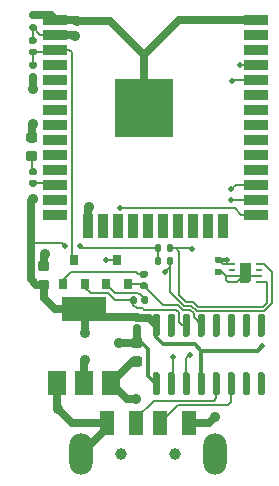
<source format=gbr>
G04 #@! TF.GenerationSoftware,KiCad,Pcbnew,(5.1.9)-1*
G04 #@! TF.CreationDate,2021-06-19T22:19:12+01:00*
G04 #@! TF.ProjectId,temp_sensor,74656d70-5f73-4656-9e73-6f722e6b6963,rev?*
G04 #@! TF.SameCoordinates,Original*
G04 #@! TF.FileFunction,Copper,L1,Top*
G04 #@! TF.FilePolarity,Positive*
%FSLAX46Y46*%
G04 Gerber Fmt 4.6, Leading zero omitted, Abs format (unit mm)*
G04 Created by KiCad (PCBNEW (5.1.9)-1) date 2021-06-19 22:19:12*
%MOMM*%
%LPD*%
G01*
G04 APERTURE LIST*
G04 #@! TA.AperFunction,ComponentPad*
%ADD10O,2.000000X3.500000*%
G04 #@! TD*
G04 #@! TA.AperFunction,SMDPad,CuDef*
%ADD11R,1.200000X2.000000*%
G04 #@! TD*
G04 #@! TA.AperFunction,WasherPad*
%ADD12C,1.000000*%
G04 #@! TD*
G04 #@! TA.AperFunction,SMDPad,CuDef*
%ADD13R,0.550000X0.250000*%
G04 #@! TD*
G04 #@! TA.AperFunction,SMDPad,CuDef*
%ADD14C,0.100000*%
G04 #@! TD*
G04 #@! TA.AperFunction,SMDPad,CuDef*
%ADD15R,2.000000X0.900000*%
G04 #@! TD*
G04 #@! TA.AperFunction,SMDPad,CuDef*
%ADD16R,0.900000X2.000000*%
G04 #@! TD*
G04 #@! TA.AperFunction,SMDPad,CuDef*
%ADD17R,5.000000X5.000000*%
G04 #@! TD*
G04 #@! TA.AperFunction,SMDPad,CuDef*
%ADD18R,1.500000X2.000000*%
G04 #@! TD*
G04 #@! TA.AperFunction,SMDPad,CuDef*
%ADD19R,3.800000X2.000000*%
G04 #@! TD*
G04 #@! TA.AperFunction,SMDPad,CuDef*
%ADD20R,0.800000X0.900000*%
G04 #@! TD*
G04 #@! TA.AperFunction,ViaPad*
%ADD21C,0.889000*%
G04 #@! TD*
G04 #@! TA.AperFunction,ViaPad*
%ADD22C,0.508000*%
G04 #@! TD*
G04 #@! TA.AperFunction,Conductor*
%ADD23C,0.635000*%
G04 #@! TD*
G04 #@! TA.AperFunction,Conductor*
%ADD24C,0.203200*%
G04 #@! TD*
G04 #@! TA.AperFunction,Conductor*
%ADD25C,0.304800*%
G04 #@! TD*
G04 #@! TA.AperFunction,Conductor*
%ADD26C,0.152400*%
G04 #@! TD*
G04 APERTURE END LIST*
G04 #@! TA.AperFunction,SMDPad,CuDef*
G36*
G01*
X60860000Y-62915000D02*
X60860000Y-63285000D01*
G75*
G02*
X60725000Y-63420000I-135000J0D01*
G01*
X60455000Y-63420000D01*
G75*
G02*
X60320000Y-63285000I0J135000D01*
G01*
X60320000Y-62915000D01*
G75*
G02*
X60455000Y-62780000I135000J0D01*
G01*
X60725000Y-62780000D01*
G75*
G02*
X60860000Y-62915000I0J-135000D01*
G01*
G37*
G04 #@! TD.AperFunction*
G04 #@! TA.AperFunction,SMDPad,CuDef*
G36*
G01*
X61880000Y-62915000D02*
X61880000Y-63285000D01*
G75*
G02*
X61745000Y-63420000I-135000J0D01*
G01*
X61475000Y-63420000D01*
G75*
G02*
X61340000Y-63285000I0J135000D01*
G01*
X61340000Y-62915000D01*
G75*
G02*
X61475000Y-62780000I135000J0D01*
G01*
X61745000Y-62780000D01*
G75*
G02*
X61880000Y-62915000I0J-135000D01*
G01*
G37*
G04 #@! TD.AperFunction*
G04 #@! TA.AperFunction,SMDPad,CuDef*
G36*
G01*
X60860000Y-61815000D02*
X60860000Y-62185000D01*
G75*
G02*
X60725000Y-62320000I-135000J0D01*
G01*
X60455000Y-62320000D01*
G75*
G02*
X60320000Y-62185000I0J135000D01*
G01*
X60320000Y-61815000D01*
G75*
G02*
X60455000Y-61680000I135000J0D01*
G01*
X60725000Y-61680000D01*
G75*
G02*
X60860000Y-61815000I0J-135000D01*
G01*
G37*
G04 #@! TD.AperFunction*
G04 #@! TA.AperFunction,SMDPad,CuDef*
G36*
G01*
X61880000Y-61815000D02*
X61880000Y-62185000D01*
G75*
G02*
X61745000Y-62320000I-135000J0D01*
G01*
X61475000Y-62320000D01*
G75*
G02*
X61340000Y-62185000I0J135000D01*
G01*
X61340000Y-61815000D01*
G75*
G02*
X61475000Y-61680000I135000J0D01*
G01*
X61745000Y-61680000D01*
G75*
G02*
X61880000Y-61815000I0J-135000D01*
G01*
G37*
G04 #@! TD.AperFunction*
G04 #@! TA.AperFunction,SMDPad,CuDef*
G36*
G01*
X65515000Y-63740000D02*
X65885000Y-63740000D01*
G75*
G02*
X66020000Y-63875000I0J-135000D01*
G01*
X66020000Y-64145000D01*
G75*
G02*
X65885000Y-64280000I-135000J0D01*
G01*
X65515000Y-64280000D01*
G75*
G02*
X65380000Y-64145000I0J135000D01*
G01*
X65380000Y-63875000D01*
G75*
G02*
X65515000Y-63740000I135000J0D01*
G01*
G37*
G04 #@! TD.AperFunction*
G04 #@! TA.AperFunction,SMDPad,CuDef*
G36*
G01*
X65515000Y-62720000D02*
X65885000Y-62720000D01*
G75*
G02*
X66020000Y-62855000I0J-135000D01*
G01*
X66020000Y-63125000D01*
G75*
G02*
X65885000Y-63260000I-135000J0D01*
G01*
X65515000Y-63260000D01*
G75*
G02*
X65380000Y-63125000I0J135000D01*
G01*
X65380000Y-62855000D01*
G75*
G02*
X65515000Y-62720000I135000J0D01*
G01*
G37*
G04 #@! TD.AperFunction*
G04 #@! TA.AperFunction,SMDPad,CuDef*
G36*
G01*
X51156250Y-63950000D02*
X50643750Y-63950000D01*
G75*
G02*
X50425000Y-63731250I0J218750D01*
G01*
X50425000Y-63293750D01*
G75*
G02*
X50643750Y-63075000I218750J0D01*
G01*
X51156250Y-63075000D01*
G75*
G02*
X51375000Y-63293750I0J-218750D01*
G01*
X51375000Y-63731250D01*
G75*
G02*
X51156250Y-63950000I-218750J0D01*
G01*
G37*
G04 #@! TD.AperFunction*
G04 #@! TA.AperFunction,SMDPad,CuDef*
G36*
G01*
X51156250Y-65525000D02*
X50643750Y-65525000D01*
G75*
G02*
X50425000Y-65306250I0J218750D01*
G01*
X50425000Y-64868750D01*
G75*
G02*
X50643750Y-64650000I218750J0D01*
G01*
X51156250Y-64650000D01*
G75*
G02*
X51375000Y-64868750I0J-218750D01*
G01*
X51375000Y-65306250D01*
G75*
G02*
X51156250Y-65525000I-218750J0D01*
G01*
G37*
G04 #@! TD.AperFunction*
G04 #@! TA.AperFunction,SMDPad,CuDef*
G36*
G01*
X50185000Y-42560000D02*
X49815000Y-42560000D01*
G75*
G02*
X49680000Y-42425000I0J135000D01*
G01*
X49680000Y-42155000D01*
G75*
G02*
X49815000Y-42020000I135000J0D01*
G01*
X50185000Y-42020000D01*
G75*
G02*
X50320000Y-42155000I0J-135000D01*
G01*
X50320000Y-42425000D01*
G75*
G02*
X50185000Y-42560000I-135000J0D01*
G01*
G37*
G04 #@! TD.AperFunction*
G04 #@! TA.AperFunction,SMDPad,CuDef*
G36*
G01*
X50185000Y-43580000D02*
X49815000Y-43580000D01*
G75*
G02*
X49680000Y-43445000I0J135000D01*
G01*
X49680000Y-43175000D01*
G75*
G02*
X49815000Y-43040000I135000J0D01*
G01*
X50185000Y-43040000D01*
G75*
G02*
X50320000Y-43175000I0J-135000D01*
G01*
X50320000Y-43445000D01*
G75*
G02*
X50185000Y-43580000I-135000J0D01*
G01*
G37*
G04 #@! TD.AperFunction*
G04 #@! TA.AperFunction,SMDPad,CuDef*
G36*
G01*
X60605000Y-69500000D02*
X60305000Y-69500000D01*
G75*
G02*
X60155000Y-69350000I0J150000D01*
G01*
X60155000Y-67700000D01*
G75*
G02*
X60305000Y-67550000I150000J0D01*
G01*
X60605000Y-67550000D01*
G75*
G02*
X60755000Y-67700000I0J-150000D01*
G01*
X60755000Y-69350000D01*
G75*
G02*
X60605000Y-69500000I-150000J0D01*
G01*
G37*
G04 #@! TD.AperFunction*
G04 #@! TA.AperFunction,SMDPad,CuDef*
G36*
G01*
X61875000Y-69500000D02*
X61575000Y-69500000D01*
G75*
G02*
X61425000Y-69350000I0J150000D01*
G01*
X61425000Y-67700000D01*
G75*
G02*
X61575000Y-67550000I150000J0D01*
G01*
X61875000Y-67550000D01*
G75*
G02*
X62025000Y-67700000I0J-150000D01*
G01*
X62025000Y-69350000D01*
G75*
G02*
X61875000Y-69500000I-150000J0D01*
G01*
G37*
G04 #@! TD.AperFunction*
G04 #@! TA.AperFunction,SMDPad,CuDef*
G36*
G01*
X63145000Y-69500000D02*
X62845000Y-69500000D01*
G75*
G02*
X62695000Y-69350000I0J150000D01*
G01*
X62695000Y-67700000D01*
G75*
G02*
X62845000Y-67550000I150000J0D01*
G01*
X63145000Y-67550000D01*
G75*
G02*
X63295000Y-67700000I0J-150000D01*
G01*
X63295000Y-69350000D01*
G75*
G02*
X63145000Y-69500000I-150000J0D01*
G01*
G37*
G04 #@! TD.AperFunction*
G04 #@! TA.AperFunction,SMDPad,CuDef*
G36*
G01*
X64415000Y-69500000D02*
X64115000Y-69500000D01*
G75*
G02*
X63965000Y-69350000I0J150000D01*
G01*
X63965000Y-67700000D01*
G75*
G02*
X64115000Y-67550000I150000J0D01*
G01*
X64415000Y-67550000D01*
G75*
G02*
X64565000Y-67700000I0J-150000D01*
G01*
X64565000Y-69350000D01*
G75*
G02*
X64415000Y-69500000I-150000J0D01*
G01*
G37*
G04 #@! TD.AperFunction*
G04 #@! TA.AperFunction,SMDPad,CuDef*
G36*
G01*
X65685000Y-69500000D02*
X65385000Y-69500000D01*
G75*
G02*
X65235000Y-69350000I0J150000D01*
G01*
X65235000Y-67700000D01*
G75*
G02*
X65385000Y-67550000I150000J0D01*
G01*
X65685000Y-67550000D01*
G75*
G02*
X65835000Y-67700000I0J-150000D01*
G01*
X65835000Y-69350000D01*
G75*
G02*
X65685000Y-69500000I-150000J0D01*
G01*
G37*
G04 #@! TD.AperFunction*
G04 #@! TA.AperFunction,SMDPad,CuDef*
G36*
G01*
X66955000Y-69500000D02*
X66655000Y-69500000D01*
G75*
G02*
X66505000Y-69350000I0J150000D01*
G01*
X66505000Y-67700000D01*
G75*
G02*
X66655000Y-67550000I150000J0D01*
G01*
X66955000Y-67550000D01*
G75*
G02*
X67105000Y-67700000I0J-150000D01*
G01*
X67105000Y-69350000D01*
G75*
G02*
X66955000Y-69500000I-150000J0D01*
G01*
G37*
G04 #@! TD.AperFunction*
G04 #@! TA.AperFunction,SMDPad,CuDef*
G36*
G01*
X68225000Y-69500000D02*
X67925000Y-69500000D01*
G75*
G02*
X67775000Y-69350000I0J150000D01*
G01*
X67775000Y-67700000D01*
G75*
G02*
X67925000Y-67550000I150000J0D01*
G01*
X68225000Y-67550000D01*
G75*
G02*
X68375000Y-67700000I0J-150000D01*
G01*
X68375000Y-69350000D01*
G75*
G02*
X68225000Y-69500000I-150000J0D01*
G01*
G37*
G04 #@! TD.AperFunction*
G04 #@! TA.AperFunction,SMDPad,CuDef*
G36*
G01*
X69495000Y-69500000D02*
X69195000Y-69500000D01*
G75*
G02*
X69045000Y-69350000I0J150000D01*
G01*
X69045000Y-67700000D01*
G75*
G02*
X69195000Y-67550000I150000J0D01*
G01*
X69495000Y-67550000D01*
G75*
G02*
X69645000Y-67700000I0J-150000D01*
G01*
X69645000Y-69350000D01*
G75*
G02*
X69495000Y-69500000I-150000J0D01*
G01*
G37*
G04 #@! TD.AperFunction*
G04 #@! TA.AperFunction,SMDPad,CuDef*
G36*
G01*
X69495000Y-74450000D02*
X69195000Y-74450000D01*
G75*
G02*
X69045000Y-74300000I0J150000D01*
G01*
X69045000Y-72650000D01*
G75*
G02*
X69195000Y-72500000I150000J0D01*
G01*
X69495000Y-72500000D01*
G75*
G02*
X69645000Y-72650000I0J-150000D01*
G01*
X69645000Y-74300000D01*
G75*
G02*
X69495000Y-74450000I-150000J0D01*
G01*
G37*
G04 #@! TD.AperFunction*
G04 #@! TA.AperFunction,SMDPad,CuDef*
G36*
G01*
X68225000Y-74450000D02*
X67925000Y-74450000D01*
G75*
G02*
X67775000Y-74300000I0J150000D01*
G01*
X67775000Y-72650000D01*
G75*
G02*
X67925000Y-72500000I150000J0D01*
G01*
X68225000Y-72500000D01*
G75*
G02*
X68375000Y-72650000I0J-150000D01*
G01*
X68375000Y-74300000D01*
G75*
G02*
X68225000Y-74450000I-150000J0D01*
G01*
G37*
G04 #@! TD.AperFunction*
G04 #@! TA.AperFunction,SMDPad,CuDef*
G36*
G01*
X66955000Y-74450000D02*
X66655000Y-74450000D01*
G75*
G02*
X66505000Y-74300000I0J150000D01*
G01*
X66505000Y-72650000D01*
G75*
G02*
X66655000Y-72500000I150000J0D01*
G01*
X66955000Y-72500000D01*
G75*
G02*
X67105000Y-72650000I0J-150000D01*
G01*
X67105000Y-74300000D01*
G75*
G02*
X66955000Y-74450000I-150000J0D01*
G01*
G37*
G04 #@! TD.AperFunction*
G04 #@! TA.AperFunction,SMDPad,CuDef*
G36*
G01*
X65685000Y-74450000D02*
X65385000Y-74450000D01*
G75*
G02*
X65235000Y-74300000I0J150000D01*
G01*
X65235000Y-72650000D01*
G75*
G02*
X65385000Y-72500000I150000J0D01*
G01*
X65685000Y-72500000D01*
G75*
G02*
X65835000Y-72650000I0J-150000D01*
G01*
X65835000Y-74300000D01*
G75*
G02*
X65685000Y-74450000I-150000J0D01*
G01*
G37*
G04 #@! TD.AperFunction*
G04 #@! TA.AperFunction,SMDPad,CuDef*
G36*
G01*
X64415000Y-74450000D02*
X64115000Y-74450000D01*
G75*
G02*
X63965000Y-74300000I0J150000D01*
G01*
X63965000Y-72650000D01*
G75*
G02*
X64115000Y-72500000I150000J0D01*
G01*
X64415000Y-72500000D01*
G75*
G02*
X64565000Y-72650000I0J-150000D01*
G01*
X64565000Y-74300000D01*
G75*
G02*
X64415000Y-74450000I-150000J0D01*
G01*
G37*
G04 #@! TD.AperFunction*
G04 #@! TA.AperFunction,SMDPad,CuDef*
G36*
G01*
X63145000Y-74450000D02*
X62845000Y-74450000D01*
G75*
G02*
X62695000Y-74300000I0J150000D01*
G01*
X62695000Y-72650000D01*
G75*
G02*
X62845000Y-72500000I150000J0D01*
G01*
X63145000Y-72500000D01*
G75*
G02*
X63295000Y-72650000I0J-150000D01*
G01*
X63295000Y-74300000D01*
G75*
G02*
X63145000Y-74450000I-150000J0D01*
G01*
G37*
G04 #@! TD.AperFunction*
G04 #@! TA.AperFunction,SMDPad,CuDef*
G36*
G01*
X61875000Y-74450000D02*
X61575000Y-74450000D01*
G75*
G02*
X61425000Y-74300000I0J150000D01*
G01*
X61425000Y-72650000D01*
G75*
G02*
X61575000Y-72500000I150000J0D01*
G01*
X61875000Y-72500000D01*
G75*
G02*
X62025000Y-72650000I0J-150000D01*
G01*
X62025000Y-74300000D01*
G75*
G02*
X61875000Y-74450000I-150000J0D01*
G01*
G37*
G04 #@! TD.AperFunction*
G04 #@! TA.AperFunction,SMDPad,CuDef*
G36*
G01*
X60605000Y-74450000D02*
X60305000Y-74450000D01*
G75*
G02*
X60155000Y-74300000I0J150000D01*
G01*
X60155000Y-72650000D01*
G75*
G02*
X60305000Y-72500000I150000J0D01*
G01*
X60605000Y-72500000D01*
G75*
G02*
X60755000Y-72650000I0J-150000D01*
G01*
X60755000Y-74300000D01*
G75*
G02*
X60605000Y-74450000I-150000J0D01*
G01*
G37*
G04 #@! TD.AperFunction*
D10*
X54050000Y-79400000D03*
X65450000Y-79400000D03*
D11*
X56250000Y-76800000D03*
X58750000Y-76800000D03*
X60750000Y-76800000D03*
X63250000Y-76800000D03*
D12*
X62000000Y-79400000D03*
X57500000Y-79400000D03*
D13*
X69175000Y-64850000D03*
X69175000Y-64350000D03*
X69175000Y-63850000D03*
X69175000Y-63350000D03*
X66825000Y-63350000D03*
X66825000Y-63850000D03*
X66825000Y-64350000D03*
X66825000Y-64850000D03*
G04 #@! TA.AperFunction,SMDPad,CuDef*
D14*
G36*
X67500000Y-63250000D02*
G01*
X68500000Y-63250000D01*
X68500000Y-64650000D01*
X68200000Y-64950000D01*
X67500000Y-64950000D01*
X67500000Y-63250000D01*
G37*
G04 #@! TD.AperFunction*
G04 #@! TA.AperFunction,SMDPad,CuDef*
G36*
G01*
X50172500Y-55810000D02*
X49827500Y-55810000D01*
G75*
G02*
X49680000Y-55662500I0J147500D01*
G01*
X49680000Y-55367500D01*
G75*
G02*
X49827500Y-55220000I147500J0D01*
G01*
X50172500Y-55220000D01*
G75*
G02*
X50320000Y-55367500I0J-147500D01*
G01*
X50320000Y-55662500D01*
G75*
G02*
X50172500Y-55810000I-147500J0D01*
G01*
G37*
G04 #@! TD.AperFunction*
G04 #@! TA.AperFunction,SMDPad,CuDef*
G36*
G01*
X50172500Y-56780000D02*
X49827500Y-56780000D01*
G75*
G02*
X49680000Y-56632500I0J147500D01*
G01*
X49680000Y-56337500D01*
G75*
G02*
X49827500Y-56190000I147500J0D01*
G01*
X50172500Y-56190000D01*
G75*
G02*
X50320000Y-56337500I0J-147500D01*
G01*
X50320000Y-56632500D01*
G75*
G02*
X50172500Y-56780000I-147500J0D01*
G01*
G37*
G04 #@! TD.AperFunction*
G04 #@! TA.AperFunction,SMDPad,CuDef*
G36*
G01*
X49643750Y-53750000D02*
X50156250Y-53750000D01*
G75*
G02*
X50375000Y-53968750I0J-218750D01*
G01*
X50375000Y-54406250D01*
G75*
G02*
X50156250Y-54625000I-218750J0D01*
G01*
X49643750Y-54625000D01*
G75*
G02*
X49425000Y-54406250I0J218750D01*
G01*
X49425000Y-53968750D01*
G75*
G02*
X49643750Y-53750000I218750J0D01*
G01*
G37*
G04 #@! TD.AperFunction*
G04 #@! TA.AperFunction,SMDPad,CuDef*
G36*
G01*
X49643750Y-52175000D02*
X50156250Y-52175000D01*
G75*
G02*
X50375000Y-52393750I0J-218750D01*
G01*
X50375000Y-52831250D01*
G75*
G02*
X50156250Y-53050000I-218750J0D01*
G01*
X49643750Y-53050000D01*
G75*
G02*
X49425000Y-52831250I0J218750D01*
G01*
X49425000Y-52393750D01*
G75*
G02*
X49643750Y-52175000I218750J0D01*
G01*
G37*
G04 #@! TD.AperFunction*
D15*
X68900000Y-42645000D03*
X68900000Y-43915000D03*
X68900000Y-45185000D03*
X68900000Y-46455000D03*
X68900000Y-47725000D03*
X68900000Y-48995000D03*
X68900000Y-50265000D03*
X68900000Y-51535000D03*
X68900000Y-52805000D03*
X68900000Y-54075000D03*
X68900000Y-55345000D03*
X68900000Y-56615000D03*
X68900000Y-57885000D03*
X68900000Y-59155000D03*
D16*
X66115000Y-60155000D03*
X64845000Y-60155000D03*
X63575000Y-60155000D03*
X62305000Y-60155000D03*
X61035000Y-60155000D03*
X59765000Y-60155000D03*
X58495000Y-60155000D03*
X57225000Y-60155000D03*
X55955000Y-60155000D03*
X54685000Y-60155000D03*
D15*
X51900000Y-59155000D03*
X51900000Y-57885000D03*
X51900000Y-56615000D03*
X51900000Y-55345000D03*
X51900000Y-54075000D03*
X51900000Y-52805000D03*
X51900000Y-51535000D03*
X51900000Y-50265000D03*
X51900000Y-48995000D03*
X51900000Y-47725000D03*
X51900000Y-46455000D03*
X51900000Y-45185000D03*
X51900000Y-43915000D03*
X51900000Y-42645000D03*
D17*
X59400000Y-50145000D03*
D18*
X52000000Y-73450000D03*
X56600000Y-73450000D03*
X54300000Y-73450000D03*
D19*
X54300000Y-67150000D03*
G04 #@! TA.AperFunction,SMDPad,CuDef*
G36*
G01*
X50172500Y-44710000D02*
X49827500Y-44710000D01*
G75*
G02*
X49680000Y-44562500I0J147500D01*
G01*
X49680000Y-44267500D01*
G75*
G02*
X49827500Y-44120000I147500J0D01*
G01*
X50172500Y-44120000D01*
G75*
G02*
X50320000Y-44267500I0J-147500D01*
G01*
X50320000Y-44562500D01*
G75*
G02*
X50172500Y-44710000I-147500J0D01*
G01*
G37*
G04 #@! TD.AperFunction*
G04 #@! TA.AperFunction,SMDPad,CuDef*
G36*
G01*
X50172500Y-45680000D02*
X49827500Y-45680000D01*
G75*
G02*
X49680000Y-45532500I0J147500D01*
G01*
X49680000Y-45237500D01*
G75*
G02*
X49827500Y-45090000I147500J0D01*
G01*
X50172500Y-45090000D01*
G75*
G02*
X50320000Y-45237500I0J-147500D01*
G01*
X50320000Y-45532500D01*
G75*
G02*
X50172500Y-45680000I-147500J0D01*
G01*
G37*
G04 #@! TD.AperFunction*
G04 #@! TA.AperFunction,SMDPad,CuDef*
G36*
G01*
X58810000Y-66227500D02*
X58810000Y-66572500D01*
G75*
G02*
X58662500Y-66720000I-147500J0D01*
G01*
X58367500Y-66720000D01*
G75*
G02*
X58220000Y-66572500I0J147500D01*
G01*
X58220000Y-66227500D01*
G75*
G02*
X58367500Y-66080000I147500J0D01*
G01*
X58662500Y-66080000D01*
G75*
G02*
X58810000Y-66227500I0J-147500D01*
G01*
G37*
G04 #@! TD.AperFunction*
G04 #@! TA.AperFunction,SMDPad,CuDef*
G36*
G01*
X59780000Y-66227500D02*
X59780000Y-66572500D01*
G75*
G02*
X59632500Y-66720000I-147500J0D01*
G01*
X59337500Y-66720000D01*
G75*
G02*
X59190000Y-66572500I0J147500D01*
G01*
X59190000Y-66227500D01*
G75*
G02*
X59337500Y-66080000I147500J0D01*
G01*
X59632500Y-66080000D01*
G75*
G02*
X59780000Y-66227500I0J-147500D01*
G01*
G37*
G04 #@! TD.AperFunction*
G04 #@! TA.AperFunction,SMDPad,CuDef*
G36*
G01*
X59227500Y-64890000D02*
X59572500Y-64890000D01*
G75*
G02*
X59720000Y-65037500I0J-147500D01*
G01*
X59720000Y-65332500D01*
G75*
G02*
X59572500Y-65480000I-147500J0D01*
G01*
X59227500Y-65480000D01*
G75*
G02*
X59080000Y-65332500I0J147500D01*
G01*
X59080000Y-65037500D01*
G75*
G02*
X59227500Y-64890000I147500J0D01*
G01*
G37*
G04 #@! TD.AperFunction*
G04 #@! TA.AperFunction,SMDPad,CuDef*
G36*
G01*
X59227500Y-63920000D02*
X59572500Y-63920000D01*
G75*
G02*
X59720000Y-64067500I0J-147500D01*
G01*
X59720000Y-64362500D01*
G75*
G02*
X59572500Y-64510000I-147500J0D01*
G01*
X59227500Y-64510000D01*
G75*
G02*
X59080000Y-64362500I0J147500D01*
G01*
X59080000Y-64067500D01*
G75*
G02*
X59227500Y-63920000I147500J0D01*
G01*
G37*
G04 #@! TD.AperFunction*
D20*
X57100000Y-63000000D03*
X58050000Y-65000000D03*
X56150000Y-65000000D03*
X53500000Y-63000000D03*
X54450000Y-65000000D03*
X52550000Y-65000000D03*
G04 #@! TA.AperFunction,SMDPad,CuDef*
G36*
G01*
X49827500Y-47190000D02*
X50172500Y-47190000D01*
G75*
G02*
X50320000Y-47337500I0J-147500D01*
G01*
X50320000Y-47632500D01*
G75*
G02*
X50172500Y-47780000I-147500J0D01*
G01*
X49827500Y-47780000D01*
G75*
G02*
X49680000Y-47632500I0J147500D01*
G01*
X49680000Y-47337500D01*
G75*
G02*
X49827500Y-47190000I147500J0D01*
G01*
G37*
G04 #@! TD.AperFunction*
G04 #@! TA.AperFunction,SMDPad,CuDef*
G36*
G01*
X49827500Y-46220000D02*
X50172500Y-46220000D01*
G75*
G02*
X50320000Y-46367500I0J-147500D01*
G01*
X50320000Y-46662500D01*
G75*
G02*
X50172500Y-46810000I-147500J0D01*
G01*
X49827500Y-46810000D01*
G75*
G02*
X49680000Y-46662500I0J147500D01*
G01*
X49680000Y-46367500D01*
G75*
G02*
X49827500Y-46220000I147500J0D01*
G01*
G37*
G04 #@! TD.AperFunction*
G04 #@! TA.AperFunction,SMDPad,CuDef*
G36*
G01*
X59056250Y-70450000D02*
X58543750Y-70450000D01*
G75*
G02*
X58325000Y-70231250I0J218750D01*
G01*
X58325000Y-69793750D01*
G75*
G02*
X58543750Y-69575000I218750J0D01*
G01*
X59056250Y-69575000D01*
G75*
G02*
X59275000Y-69793750I0J-218750D01*
G01*
X59275000Y-70231250D01*
G75*
G02*
X59056250Y-70450000I-218750J0D01*
G01*
G37*
G04 #@! TD.AperFunction*
G04 #@! TA.AperFunction,SMDPad,CuDef*
G36*
G01*
X59056250Y-72025000D02*
X58543750Y-72025000D01*
G75*
G02*
X58325000Y-71806250I0J218750D01*
G01*
X58325000Y-71368750D01*
G75*
G02*
X58543750Y-71150000I218750J0D01*
G01*
X59056250Y-71150000D01*
G75*
G02*
X59275000Y-71368750I0J-218750D01*
G01*
X59275000Y-71806250D01*
G75*
G02*
X59056250Y-72025000I-218750J0D01*
G01*
G37*
G04 #@! TD.AperFunction*
G04 #@! TA.AperFunction,SMDPad,CuDef*
G36*
G01*
X58627500Y-68490000D02*
X58972500Y-68490000D01*
G75*
G02*
X59120000Y-68637500I0J-147500D01*
G01*
X59120000Y-68932500D01*
G75*
G02*
X58972500Y-69080000I-147500J0D01*
G01*
X58627500Y-69080000D01*
G75*
G02*
X58480000Y-68932500I0J147500D01*
G01*
X58480000Y-68637500D01*
G75*
G02*
X58627500Y-68490000I147500J0D01*
G01*
G37*
G04 #@! TD.AperFunction*
G04 #@! TA.AperFunction,SMDPad,CuDef*
G36*
G01*
X58627500Y-67520000D02*
X58972500Y-67520000D01*
G75*
G02*
X59120000Y-67667500I0J-147500D01*
G01*
X59120000Y-67962500D01*
G75*
G02*
X58972500Y-68110000I-147500J0D01*
G01*
X58627500Y-68110000D01*
G75*
G02*
X58480000Y-67962500I0J147500D01*
G01*
X58480000Y-67667500D01*
G75*
G02*
X58627500Y-67520000I147500J0D01*
G01*
G37*
G04 #@! TD.AperFunction*
D21*
X57250000Y-70000000D03*
X53750000Y-42750000D03*
X50000000Y-48500000D03*
X50000000Y-51500000D03*
X54750000Y-58500000D03*
X51000000Y-62500000D03*
X52150000Y-75650000D03*
D22*
X68000000Y-64100000D03*
D21*
X58000000Y-49000000D03*
X61000000Y-49000000D03*
X61000000Y-52000000D03*
X58000000Y-52000000D03*
X54400000Y-71500000D03*
X54400000Y-69200000D03*
D22*
X69400000Y-70300000D03*
D21*
X53600000Y-44000000D03*
X50000000Y-57800000D03*
D22*
X54000000Y-61800000D03*
X52700000Y-61800000D03*
X66400000Y-63000000D03*
D21*
X65400000Y-76300000D03*
X58700000Y-74800000D03*
D22*
X57400000Y-58600000D03*
X56200000Y-63000000D03*
X66900000Y-47800000D03*
X61900000Y-71200000D03*
X63300000Y-71000000D03*
X67500000Y-46500000D03*
X66800000Y-57900000D03*
X63500000Y-62100000D03*
X66800000Y-57000000D03*
X61200000Y-64000000D03*
D23*
X58800000Y-68785000D02*
X58800000Y-70012500D01*
D24*
X65700000Y-64010000D02*
X66010000Y-64010000D01*
X66350000Y-64350000D02*
X66825000Y-64350000D01*
X66010000Y-64010000D02*
X66350000Y-64350000D01*
X66825000Y-64850000D02*
X66550000Y-64850000D01*
X66350000Y-64650000D02*
X66350000Y-64350000D01*
X66550000Y-64850000D02*
X66350000Y-64650000D01*
D25*
X59781890Y-72801890D02*
X60455000Y-73475000D01*
X59781890Y-70519390D02*
X59781890Y-72801890D01*
X59275000Y-70012500D02*
X59781890Y-70519390D01*
X58800000Y-70012500D02*
X59275000Y-70012500D01*
D23*
X56250000Y-77200000D02*
X54050000Y-79400000D01*
X56250000Y-76800000D02*
X56250000Y-77200000D01*
X56250000Y-76800000D02*
X53300000Y-76800000D01*
X57262500Y-70012500D02*
X57250000Y-70000000D01*
X58800000Y-70012500D02*
X57262500Y-70012500D01*
X51545000Y-42290000D02*
X51900000Y-42645000D01*
X50000000Y-42290000D02*
X51545000Y-42290000D01*
X53645000Y-42645000D02*
X53750000Y-42750000D01*
X51900000Y-42645000D02*
X53645000Y-42645000D01*
X50000000Y-47485000D02*
X50000000Y-48500000D01*
X49900000Y-51600000D02*
X50000000Y-51500000D01*
X49900000Y-52612500D02*
X49900000Y-51600000D01*
X54685000Y-58565000D02*
X54750000Y-58500000D01*
X54685000Y-60155000D02*
X54685000Y-58565000D01*
X50900000Y-62600000D02*
X51000000Y-62500000D01*
X50900000Y-63512500D02*
X50900000Y-62600000D01*
X52000000Y-75500000D02*
X52150000Y-75650000D01*
X52000000Y-73450000D02*
X52000000Y-75500000D01*
X53300000Y-76800000D02*
X52150000Y-75650000D01*
D24*
X68250000Y-64350000D02*
X68000000Y-64100000D01*
X69175000Y-64350000D02*
X68250000Y-64350000D01*
X67750000Y-64350000D02*
X68000000Y-64100000D01*
X66825000Y-64350000D02*
X67750000Y-64350000D01*
X67250000Y-64850000D02*
X68000000Y-64100000D01*
X66825000Y-64850000D02*
X67250000Y-64850000D01*
D23*
X53750000Y-42750000D02*
X56550000Y-42750000D01*
X59400000Y-45600000D02*
X59400000Y-50145000D01*
X56550000Y-42750000D02*
X59400000Y-45600000D01*
X62355000Y-42645000D02*
X59400000Y-45600000D01*
X68900000Y-42645000D02*
X62355000Y-42645000D01*
X59145000Y-50145000D02*
X58000000Y-49000000D01*
X59400000Y-50145000D02*
X59145000Y-50145000D01*
X59855000Y-50145000D02*
X61000000Y-49000000D01*
X59400000Y-50145000D02*
X59855000Y-50145000D01*
X59400000Y-50400000D02*
X61000000Y-52000000D01*
X59400000Y-50145000D02*
X59400000Y-50400000D01*
X59400000Y-50600000D02*
X58000000Y-52000000D01*
X59400000Y-50145000D02*
X59400000Y-50600000D01*
X54300000Y-71600000D02*
X54400000Y-71500000D01*
X54300000Y-73450000D02*
X54300000Y-71600000D01*
X54400000Y-67250000D02*
X54300000Y-67150000D01*
X54400000Y-69200000D02*
X54400000Y-67250000D01*
X58800000Y-67815000D02*
X58800000Y-67900000D01*
X60455000Y-68525000D02*
X59830000Y-67900000D01*
X58885000Y-67900000D02*
X58800000Y-67815000D01*
X59830000Y-67900000D02*
X58885000Y-67900000D01*
X54965000Y-67815000D02*
X58800000Y-67815000D01*
X54300000Y-67150000D02*
X54965000Y-67815000D01*
D24*
X50000000Y-44415000D02*
X50000000Y-43310000D01*
X50605000Y-43915000D02*
X50000000Y-43310000D01*
X51900000Y-43915000D02*
X50605000Y-43915000D01*
X66060000Y-63350000D02*
X65700000Y-62990000D01*
X66825000Y-63350000D02*
X66060000Y-63350000D01*
D25*
X60455000Y-68525000D02*
X60455000Y-69555000D01*
X60455000Y-69555000D02*
X61000000Y-70100000D01*
X61000000Y-70100000D02*
X63700000Y-70100000D01*
X64265000Y-70665000D02*
X64265000Y-73475000D01*
X63700000Y-70100000D02*
X64265000Y-70665000D01*
X69035000Y-70665000D02*
X69400000Y-70300000D01*
X64265000Y-70665000D02*
X69035000Y-70665000D01*
D23*
X53515000Y-43915000D02*
X53600000Y-44000000D01*
X51900000Y-43915000D02*
X53515000Y-43915000D01*
X50900000Y-65087500D02*
X50900000Y-66200000D01*
X51850000Y-67150000D02*
X54300000Y-67150000D01*
X50900000Y-66200000D02*
X51850000Y-67150000D01*
X50900000Y-65087500D02*
X50287500Y-65087500D01*
X50287500Y-65087500D02*
X49800000Y-64600000D01*
X49800000Y-58000000D02*
X50000000Y-57800000D01*
D24*
X54200000Y-62000000D02*
X54000000Y-61800000D01*
X60490000Y-62000000D02*
X54200000Y-62000000D01*
X49953999Y-61546001D02*
X49800000Y-61700000D01*
X52446001Y-61546001D02*
X49953999Y-61546001D01*
X52700000Y-61800000D02*
X52446001Y-61546001D01*
D23*
X49800000Y-61700000D02*
X49800000Y-58000000D01*
X49800000Y-64600000D02*
X49800000Y-61700000D01*
D24*
X60590000Y-62000000D02*
X60590000Y-63100000D01*
D25*
X65710000Y-63000000D02*
X65700000Y-62990000D01*
X66400000Y-63000000D02*
X65710000Y-63000000D01*
D24*
X51700000Y-45385000D02*
X51900000Y-45185000D01*
X50000000Y-45385000D02*
X51700000Y-45385000D01*
X50000000Y-45385000D02*
X50000000Y-46515000D01*
X51900000Y-45185000D02*
X53085000Y-45185000D01*
X53085000Y-45185000D02*
X53300000Y-45400000D01*
X53300000Y-62800000D02*
X53500000Y-63000000D01*
X53300000Y-45400000D02*
X53300000Y-62800000D01*
D23*
X57950000Y-74800000D02*
X56600000Y-73450000D01*
X58700000Y-74800000D02*
X57950000Y-74800000D01*
X58462500Y-71587500D02*
X56600000Y-73450000D01*
X58800000Y-71587500D02*
X58462500Y-71587500D01*
X64900000Y-76800000D02*
X65400000Y-76300000D01*
X63250000Y-76800000D02*
X64900000Y-76800000D01*
D24*
X54450000Y-65000000D02*
X54450000Y-65350000D01*
X54450000Y-65350000D02*
X54900000Y-65800000D01*
X54900000Y-65800000D02*
X56375250Y-65800000D01*
X56975250Y-66400000D02*
X58515000Y-66400000D01*
X56375250Y-65800000D02*
X56975250Y-66400000D01*
X58515000Y-66815000D02*
X58515000Y-66400000D01*
X58800000Y-67100000D02*
X58515000Y-66815000D01*
X59392690Y-67192690D02*
X59300000Y-67100000D01*
X59300000Y-67100000D02*
X58800000Y-67100000D01*
X62329810Y-68229810D02*
X62329810Y-67429810D01*
X62625000Y-68525000D02*
X62329810Y-68229810D01*
X62092690Y-67192690D02*
X59392690Y-67192690D01*
X62329810Y-67429810D02*
X62092690Y-67192690D01*
X62995000Y-68525000D02*
X62625000Y-68525000D01*
X59400000Y-64215000D02*
X58915000Y-64215000D01*
X58915000Y-64215000D02*
X58700000Y-64000000D01*
X58700000Y-64000000D02*
X53200000Y-64000000D01*
X52550000Y-64650000D02*
X52550000Y-65000000D01*
X53200000Y-64000000D02*
X52550000Y-64650000D01*
X68900000Y-59155000D02*
X67655000Y-59155000D01*
X67655000Y-59155000D02*
X67100000Y-58600000D01*
X67100000Y-58600000D02*
X57400000Y-58600000D01*
X57100000Y-63000000D02*
X56200000Y-63000000D01*
X59215000Y-65000000D02*
X59400000Y-65185000D01*
X58050000Y-65000000D02*
X59215000Y-65000000D01*
X64265000Y-68525000D02*
X63600000Y-67860000D01*
X63600000Y-67511800D02*
X63288200Y-67200000D01*
X63600000Y-67860000D02*
X63600000Y-67511800D01*
X62674750Y-67200000D02*
X62261030Y-66786280D01*
X63288200Y-67200000D02*
X62674750Y-67200000D01*
X61001280Y-66786280D02*
X59400000Y-65185000D01*
X62261030Y-66786280D02*
X61001280Y-66786280D01*
X59485000Y-66400000D02*
X59485000Y-66285000D01*
X58974664Y-65900000D02*
X58849854Y-65775190D01*
X59100000Y-65900000D02*
X58974664Y-65900000D01*
X59485000Y-66285000D02*
X59100000Y-65900000D01*
X56925190Y-65775190D02*
X56150000Y-65000000D01*
X58849854Y-65775190D02*
X56925190Y-65775190D01*
X66975000Y-47725000D02*
X66900000Y-47800000D01*
X68900000Y-47725000D02*
X66975000Y-47725000D01*
X61900000Y-73300000D02*
X61725000Y-73475000D01*
X61900000Y-71200000D02*
X61900000Y-73300000D01*
X62995000Y-71305000D02*
X63300000Y-71000000D01*
X62995000Y-73475000D02*
X62995000Y-71305000D01*
X68855000Y-46500000D02*
X68900000Y-46455000D01*
X67500000Y-46500000D02*
X68855000Y-46500000D01*
X49900000Y-55415000D02*
X50000000Y-55515000D01*
X49900000Y-54187500D02*
X49900000Y-55415000D01*
X51770000Y-56485000D02*
X51900000Y-56615000D01*
X50000000Y-56485000D02*
X51770000Y-56485000D01*
X60750000Y-76800000D02*
X60800000Y-76800000D01*
X60800000Y-76800000D02*
X62300000Y-75300000D01*
X62300000Y-75300000D02*
X66500000Y-75300000D01*
X66805000Y-74995000D02*
X66805000Y-73475000D01*
X66500000Y-75300000D02*
X66805000Y-74995000D01*
X65535000Y-73475000D02*
X65535000Y-74665000D01*
X65535000Y-74665000D02*
X65306410Y-74893590D01*
X58750000Y-76400000D02*
X58750000Y-76800000D01*
X60256410Y-74893590D02*
X58750000Y-76400000D01*
X65306410Y-74893590D02*
X60256410Y-74893590D01*
X68885000Y-57900000D02*
X68900000Y-57885000D01*
X66800000Y-57900000D02*
X68885000Y-57900000D01*
D26*
X69175000Y-64850000D02*
X69750000Y-64850000D01*
X69800000Y-64900000D02*
X69800000Y-66668934D01*
X69750000Y-64850000D02*
X69800000Y-64900000D01*
X63981443Y-66995190D02*
X63551233Y-66564980D01*
X69473744Y-66995190D02*
X63981443Y-66995190D01*
X69800000Y-66668934D02*
X69473744Y-66995190D01*
X63551233Y-66564980D02*
X62964980Y-66564980D01*
X62964980Y-66564980D02*
X62400000Y-66000000D01*
X62400000Y-66000000D02*
X62400000Y-62300000D01*
X62100000Y-62000000D02*
X61610000Y-62000000D01*
X62400000Y-62300000D02*
X62100000Y-62000000D01*
X63400000Y-62000000D02*
X63500000Y-62100000D01*
X61610000Y-62000000D02*
X63400000Y-62000000D01*
D24*
X67185000Y-56615000D02*
X68900000Y-56615000D01*
X66800000Y-57000000D02*
X67185000Y-56615000D01*
D26*
X69602400Y-63350000D02*
X70246390Y-63993990D01*
X69175000Y-63350000D02*
X69602400Y-63350000D01*
X70246390Y-63993990D02*
X70246390Y-66653610D01*
X70246390Y-66653610D02*
X69600000Y-67300000D01*
X63855187Y-67300000D02*
X63424977Y-66869790D01*
X69600000Y-67300000D02*
X63855187Y-67300000D01*
X61610000Y-65668264D02*
X61610000Y-63100000D01*
X62811526Y-66869790D02*
X61610000Y-65668264D01*
X63424977Y-66869790D02*
X62811526Y-66869790D01*
X61610000Y-63590000D02*
X61200000Y-64000000D01*
X61610000Y-63100000D02*
X61610000Y-63590000D01*
M02*

</source>
